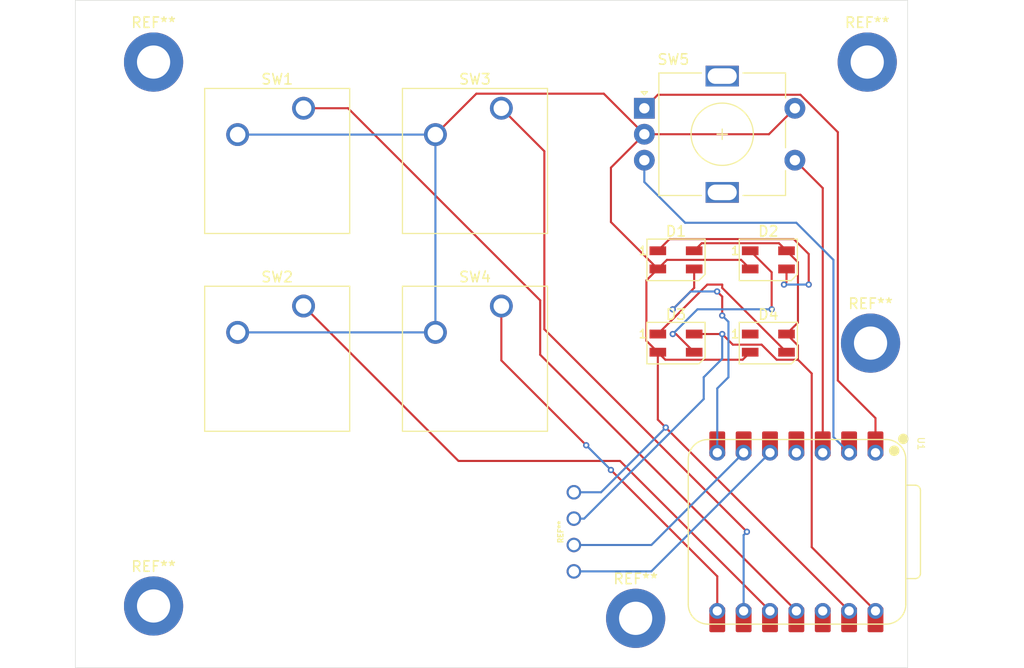
<source format=kicad_pcb>
(kicad_pcb (version 20241229) (generator "pcbnew") (generator_version "9.0")
  (layers (0 "F.Cu" signal) (2 "B.Cu" signal) (13 "F.Paste" user) (15 "B.Paste" user) (5 "F.SilkS" user "F.Silkscreen") (7 "B.SilkS" user "B.Silkscreen") (1 "F.Mask" user) (3 "B.Mask" user) (25 "Edge.Cuts" user))
  (net 0 "")
  (net 1 "GND")
  (net 2 "Net-(D1-DOUT)")
  (net 3 "Net-(D1-DIN)")
  (net 4 "+5V")
  (net 5 "Net-(D2-DOUT)")
  (net 6 "Net-(D3-DOUT)")
  (net 8 "Net-(OL1-SDA)")
  (net 9 "Net-(OL1-SCL)")
  (net 10 "Net-(U1-GPIO3{slash}MOSI)")
  (net 11 "Net-(U1-GPIO4{slash}MISO)")
  (net 12 "Net-(U1-GPIO2{slash}SCK)")
  (net 13 "Net-(U1-GPIO1{slash}RX)")
  (net 15 "rotaryB")
  (net 16 "rotaryA")
  (net 17 "S1rotary")
  (footprint "LED_SMD:LED_SK6812MINI_PLCC4_3.5x3.5mm_P1.75mm_3D" (layer "F.Cu") (at 114.6125 76.2)
    (property "Reference" "D1" (at 0 -2.75 0) (layer "F.SilkS"))
    (property "Value" "SK6812MINI")
    (fp_line (start -2.8 -2) (end -2.8 2) (stroke (width 0.12)) (layer "F.SilkS"))
    (fp_line (start -2.8 -2) (end 2.8 -2) (stroke (width 0.12)) (layer "F.SilkS"))
    (fp_line (start -2.8 2) (end 2.2 2) (stroke (width 0.12)) (layer "F.SilkS"))
    (fp_line (start 2.8 1.4) (end 2.2 2) (stroke (width 0.12)) (layer "F.SilkS"))
    (fp_line (start 2.8 1.4) (end 2.8 -2) (stroke (width 0.12)) (layer "F.SilkS"))
    (fp_text user "1" (at -3.2 -0.875 0) (layer "F.SilkS") (effects (font (size 0.8 0.8))))
    (pad "1" smd rect (at -1.75 -0.875) (size 1.6 0.85) (layers "F.Cu" "F.Mask" "F.Paste") (net 2 "Net-(D1-DOUT)"))
    (pad "2" smd rect (at -1.75 0.875) (size 1.6 0.85) (layers "F.Cu" "F.Mask" "F.Paste") (net 1 "GND"))
    (pad "3" smd rect (at 1.75 0.875) (size 1.6 0.85) (layers "F.Cu" "F.Mask" "F.Paste") (net 3 "Net-(D1-DIN)"))
    (pad "4" smd rect (at 1.75 -0.875) (size 1.6 0.85) (layers "F.Cu" "F.Mask" "F.Paste") (net 4 "+5V"))
  )
  (footprint "Rotary_Encoder:RotaryEncoder_Alps_EC11E-Switch_Vertical_H20mm_3D" (layer "F.Cu") (at 111.5625 61.6)
    (property "Reference" "SW5" (at 2.8 -4.7 0) (layer "F.SilkS"))
    (property "Value" "RotaryEncoder_Switch_MP")
    (fp_line (start -0.3 -1.6) (end 0.3 -1.6) (stroke (width 0.12)) (layer "F.SilkS"))
    (fp_line (start 0 -1.3) (end -0.3 -1.6) (stroke (width 0.12)) (layer "F.SilkS"))
    (fp_line (start 0.3 -1.6) (end 0 -1.3) (stroke (width 0.12)) (layer "F.SilkS"))
    (fp_line (start 1.4 -3.4) (end 1.4 8.4) (stroke (width 0.12)) (layer "F.SilkS"))
    (fp_line (start 5.5 -3.4) (end 1.4 -3.4) (stroke (width 0.12)) (layer "F.SilkS"))
    (fp_line (start 5.5 8.4) (end 1.4 8.4) (stroke (width 0.12)) (layer "F.SilkS"))
    (fp_line (start 7 2.5) (end 8 2.5) (stroke (width 0.12)) (layer "F.SilkS"))
    (fp_line (start 7.5 2) (end 7.5 3) (stroke (width 0.12)) (layer "F.SilkS"))
    (fp_line (start 9.5 -3.4) (end 13.6 -3.4) (stroke (width 0.12)) (layer "F.SilkS"))
    (fp_line (start 13.6 -3.4) (end 13.6 -1) (stroke (width 0.12)) (layer "F.SilkS"))
    (fp_line (start 13.6 1.2) (end 13.6 3.8) (stroke (width 0.12)) (layer "F.SilkS"))
    (fp_line (start 13.6 6) (end 13.6 8.4) (stroke (width 0.12)) (layer "F.SilkS"))
    (fp_line (start 13.6 8.4) (end 9.5 8.4) (stroke (width 0.12)) (layer "F.SilkS"))
    (fp_circle (center 7.5 2.5) (end 10.5 2.5) (stroke (width 0.12)) (fill no) (layer "F.SilkS"))
    (pad "A" thru_hole rect (at 0 0) (size 2 2) (drill 1) (layers "*.Cu" "*.Mask") (net 16 "rotaryA"))
    (pad "B" thru_hole circle (at 0 5) (size 2 2) (drill 1) (layers "*.Cu" "*.Mask") (net 15 "rotaryB"))
    (pad "C" thru_hole circle (at 0 2.5) (size 2 2) (drill 1) (layers "*.Cu" "*.Mask") (net 1 "GND"))
    (pad "MP" thru_hole rect (at 7.5 -3.1) (size 3.2 2) (drill oval 2.8 1.5) (layers "*.Cu" "*.Mask"))
    (pad "MP" thru_hole rect (at 7.5 8.1) (size 3.2 2) (drill oval 2.8 1.5) (layers "*.Cu" "*.Mask"))
    (pad "S1" thru_hole circle (at 14.5 5) (size 2 2) (drill 1) (layers "*.Cu" "*.Mask") (net 17 "S1rotary"))
    (pad "S2" thru_hole circle (at 14.5 0) (size 2 2) (drill 1) (layers "*.Cu" "*.Mask") (net 1 "GND"))
  )
  (footprint "LED_SMD:LED_SK6812MINI_PLCC4_3.5x3.5mm_P1.75mm_3D" (layer "F.Cu") (at 123.50625 76.2)
    (property "Reference" "D2" (at 0 -2.75 0) (layer "F.SilkS"))
    (property "Value" "SK6812MINI")
    (fp_line (start -2.8 -2) (end -2.8 2) (stroke (width 0.12)) (layer "F.SilkS"))
    (fp_line (start -2.8 -2) (end 2.8 -2) (stroke (width 0.12)) (layer "F.SilkS"))
    (fp_line (start -2.8 2) (end 2.2 2) (stroke (width 0.12)) (layer "F.SilkS"))
    (fp_line (start 2.8 1.4) (end 2.2 2) (stroke (width 0.12)) (layer "F.SilkS"))
    (fp_line (start 2.8 1.4) (end 2.8 -2) (stroke (width 0.12)) (layer "F.SilkS"))
    (fp_text user "1" (at -3.2 -0.875 0) (layer "F.SilkS") (effects (font (size 0.8 0.8))))
    (pad "1" smd rect (at -1.75 -0.875) (size 1.6 0.85) (layers "F.Cu" "F.Mask" "F.Paste") (net 5 "Net-(D2-DOUT)"))
    (pad "2" smd rect (at -1.75 0.875) (size 1.6 0.85) (layers "F.Cu" "F.Mask" "F.Paste") (net 1 "GND"))
    (pad "3" smd rect (at 1.75 0.875) (size 1.6 0.85) (layers "F.Cu" "F.Mask" "F.Paste") (net 2 "Net-(D1-DOUT)"))
    (pad "4" smd rect (at 1.75 -0.875) (size 1.6 0.85) (layers "F.Cu" "F.Mask" "F.Paste") (net 4 "+5V"))
  )
  (footprint "LED_SMD:LED_SK6812MINI_PLCC4_3.5x3.5mm_P1.75mm_3D" (layer "F.Cu") (at 114.6125 84.21875)
    (property "Reference" "D3" (at 0 -2.75 0) (layer "F.SilkS"))
    (property "Value" "SK6812MINI")
    (fp_line (start -2.8 -2) (end -2.8 2) (stroke (width 0.12)) (layer "F.SilkS"))
    (fp_line (start -2.8 -2) (end 2.8 -2) (stroke (width 0.12)) (layer "F.SilkS"))
    (fp_line (start -2.8 2) (end 2.2 2) (stroke (width 0.12)) (layer "F.SilkS"))
    (fp_line (start 2.8 1.4) (end 2.2 2) (stroke (width 0.12)) (layer "F.SilkS"))
    (fp_line (start 2.8 1.4) (end 2.8 -2) (stroke (width 0.12)) (layer "F.SilkS"))
    (fp_text user "1" (at -3.2 -0.875 0) (layer "F.SilkS") (effects (font (size 0.8 0.8))))
    (pad "1" smd rect (at -1.75 -0.875) (size 1.6 0.85) (layers "F.Cu" "F.Mask" "F.Paste") (net 6 "Net-(D3-DOUT)"))
    (pad "2" smd rect (at -1.75 0.875) (size 1.6 0.85) (layers "F.Cu" "F.Mask" "F.Paste") (net 1 "GND"))
    (pad "3" smd rect (at 1.75 0.875) (size 1.6 0.85) (layers "F.Cu" "F.Mask" "F.Paste") (net 5 "Net-(D2-DOUT)"))
    (pad "4" smd rect (at 1.75 -0.875) (size 1.6 0.85) (layers "F.Cu" "F.Mask" "F.Paste") (net 4 "+5V"))
  )
  (footprint "Seeed Studio XIAO Series Library:XIAO-RP2040-DIP_3D" (layer "F.Cu") (at 126.20625 102.39375 -90)
    (property "Reference" "U1" (at -8.5 -12 270) (layer "F.SilkS") (effects (font (size 0.635 0.635) (thickness 0.1016))))
    (property "Value" "XIAO-RP2040-DIP")
    (fp_line (start -6.985 10.414) (end 6.985 10.414) (stroke (width 0.127)) (layer "F.SilkS"))
    (fp_line (start -8.89 8.509) (end -8.89 -8.636) (stroke (width 0.127)) (layer "F.SilkS"))
    (fp_line (start 8.89 8.509) (end 8.89 -8.636) (stroke (width 0.127)) (layer "F.SilkS"))
    (fp_line (start -4.495 -10.541) (end -4.491272 -11.451272) (stroke (width 0.127)) (layer "F.SilkS"))
    (fp_line (start 6.985 -10.541) (end -6.985 -10.541) (stroke (width 0.1)) (layer "F.SilkS"))
    (fp_line (start 6.985 -10.541) (end -6.985 -10.541) (stroke (width 0.127)) (layer "F.SilkS"))
    (fp_line (start 4.504 -11.451) (end 4.504 -10.541) (stroke (width 0.127)) (layer "F.SilkS"))
    (fp_line (start -3.991272 -11.951) (end 4.004 -11.951) (stroke (width 0.127)) (layer "F.SilkS"))
    (fp_arc (start -6.985 10.414) (mid -8.332038 9.856038) (end -8.89 8.509) (stroke (width 0.127)) (layer "F.SilkS"))
    (fp_arc (start 8.89 8.509) (mid 8.332038 9.856038) (end 6.985 10.414) (stroke (width 0.127)) (layer "F.SilkS"))
    (fp_arc (start -8.89 -8.636) (mid -8.332038 -9.983038) (end -6.985 -10.541) (stroke (width 0.127)) (layer "F.SilkS"))
    (fp_arc (start 6.985 -10.541) (mid 8.332038 -9.983038) (end 8.89 -8.636) (stroke (width 0.127)) (layer "F.SilkS"))
    (fp_arc (start -4.491272 -11.451272) (mid -4.344728 -11.80464) (end -3.991272 -11.951) (stroke (width 0.127)) (layer "F.SilkS"))
    (fp_arc (start 4.004 -11.951) (mid 4.357553 -11.804553) (end 4.504 -11.451) (stroke (width 0.127)) (layer "F.SilkS"))
    (fp_circle (center -7.807 -9.42) (end -7.807 -9.674) (stroke (width 0.5)) (fill yes) (layer "F.SilkS"))
    (fp_circle (center -8.95 -10.3) (end -8.95 -10.554) (stroke (width 0.5)) (fill yes) (layer "F.SilkS"))
    (pad "1" smd roundrect (at -8.455 -7.62 90) (size 2.432 1.524) (layers "F.Cu" "F.Mask") (roundrect_rratio 0.1) (net 16 "rotaryA"))
    (pad "1" thru_hole circle (at -7.62 -7.62 90) (size 1.524 1.524) (drill 0.889) (layers "*.Cu" "*.Mask") (net 16 "rotaryA"))
    (pad "2" smd roundrect (at -8.455 -5.08 90) (size 2.432 1.524) (layers "F.Cu" "F.Mask") (roundrect_rratio 0.1) (net 15 "rotaryB"))
    (pad "2" thru_hole circle (at -7.62 -5.08 90) (size 1.524 1.524) (drill 0.889) (layers "*.Cu" "*.Mask") (net 15 "rotaryB"))
    (pad "3" smd roundrect (at -8.455 -2.54 90) (size 2.432 1.524) (layers "F.Cu" "F.Mask") (roundrect_rratio 0.1) (net 17 "S1rotary"))
    (pad "3" thru_hole circle (at -7.62 -2.54 90) (size 1.524 1.524) (drill 0.889) (layers "*.Cu" "*.Mask") (net 17 "S1rotary"))
    (pad "4" smd roundrect (at -8.455 0 90) (size 2.432 1.524) (layers "F.Cu" "F.Mask") (roundrect_rratio 0.1))
    (pad "4" thru_hole circle (at -7.62 0 90) (size 1.524 1.524) (drill 0.889) (layers "*.Cu" "*.Mask"))
    (pad "5" smd roundrect (at -8.455 2.54 90) (size 2.432 1.524) (layers "F.Cu" "F.Mask") (roundrect_rratio 0.1) (net 8 "Net-(OL1-SDA)"))
    (pad "5" thru_hole circle (at -7.62 2.54 90) (size 1.524 1.524) (drill 0.889) (layers "*.Cu" "*.Mask") (net 8 "Net-(OL1-SDA)"))
    (pad "6" smd roundrect (at -8.455 5.08 90) (size 2.432 1.524) (layers "F.Cu" "F.Mask") (roundrect_rratio 0.1) (net 9 "Net-(OL1-SCL)"))
    (pad "6" thru_hole circle (at -7.62 5.08 90) (size 1.524 1.524) (drill 0.889) (layers "*.Cu" "*.Mask") (net 9 "Net-(OL1-SCL)"))
    (pad "7" smd roundrect (at -8.455 7.62 90) (size 2.432 1.524) (layers "F.Cu" "F.Mask") (roundrect_rratio 0.1) (net 3 "Net-(D1-DIN)"))
    (pad "7" thru_hole circle (at -7.62 7.62 90) (size 1.524 1.524) (drill 0.889) (layers "*.Cu" "*.Mask") (net 3 "Net-(D1-DIN)"))
    (pad "8" thru_hole circle (at 7.62 7.62 270) (size 1.524 1.524) (drill 0.889) (layers "*.Cu" "*.Mask") (net 13 "Net-(U1-GPIO1{slash}RX)"))
    (pad "8" smd roundrect (at 8.455 7.62 270) (size 2.432 1.524) (layers "F.Cu" "F.Mask") (roundrect_rratio 0.1) (net 13 "Net-(U1-GPIO1{slash}RX)"))
    (pad "9" thru_hole circle (at 7.62 5.08 270) (size 1.524 1.524) (drill 0.889) (layers "*.Cu" "*.Mask") (net 12 "Net-(U1-GPIO2{slash}SCK)"))
    (pad "9" smd roundrect (at 8.455 5.08 270) (size 2.432 1.524) (layers "F.Cu" "F.Mask") (roundrect_rratio 0.1) (net 12 "Net-(U1-GPIO2{slash}SCK)"))
    (pad "10" thru_hole circle (at 7.62 2.54 270) (size 1.524 1.524) (drill 0.889) (layers "*.Cu" "*.Mask") (net 11 "Net-(U1-GPIO4{slash}MISO)"))
    (pad "10" smd roundrect (at 8.455 2.54 270) (size 2.432 1.524) (layers "F.Cu" "F.Mask") (roundrect_rratio 0.1) (net 11 "Net-(U1-GPIO4{slash}MISO)"))
    (pad "11" thru_hole circle (at 7.62 0 270) (size 1.524 1.524) (drill 0.889) (layers "*.Cu" "*.Mask") (net 10 "Net-(U1-GPIO3{slash}MOSI)"))
    (pad "11" smd roundrect (at 8.455 0 270) (size 2.432 1.524) (layers "F.Cu" "F.Mask") (roundrect_rratio 0.1) (net 10 "Net-(U1-GPIO3{slash}MOSI)"))
    (pad "12" thru_hole circle (at 7.62 -2.54 270) (size 1.524 1.524) (drill 0.889) (layers "*.Cu" "*.Mask"))
    (pad "12" smd roundrect (at 8.455 -2.54 270) (size 2.432 1.524) (layers "F.Cu" "F.Mask") (roundrect_rratio 0.1))
    (pad "13" thru_hole circle (at 7.62 -5.08 270) (size 1.524 1.524) (drill 0.889) (layers "*.Cu" "*.Mask") (net 1 "GND"))
    (pad "13" smd roundrect (at 8.455 -5.08 270) (size 2.432 1.524) (layers "F.Cu" "F.Mask") (roundrect_rratio 0.1) (net 1 "GND"))
    (pad "14" thru_hole circle (at 7.62 -7.62 270) (size 1.524 1.524) (drill 0.889) (layers "*.Cu" "*.Mask") (net 4 "+5V"))
    (pad "14" smd roundrect (at 8.455 -7.62 270) (size 2.432 1.524) (layers "F.Cu" "F.Mask") (roundrect_rratio 0.1) (net 4 "+5V"))
  )
  (footprint "Button_Switch_Keyboard:SW_Cherry_MX_1.00u_PCB_3D" (layer "F.Cu") (at 97.79 80.645)
    (property "Reference" "SW4" (at -2.54 -2.794 0) (layer "F.SilkS"))
    (property "Value" "SW_Push")
    (fp_line (start -9.525 -1.905) (end 4.445 -1.905) (stroke (width 0.12)) (layer "F.SilkS"))
    (fp_line (start -9.525 12.065) (end -9.525 -1.905) (stroke (width 0.12)) (layer "F.SilkS"))
    (fp_line (start 4.445 -1.905) (end 4.445 12.065) (stroke (width 0.12)) (layer "F.SilkS"))
    (fp_line (start 4.445 12.065) (end -9.525 12.065) (stroke (width 0.12)) (layer "F.SilkS"))
    (pad "" np_thru_hole circle (at -7.62 5.08) (size 1.7 1.7) (drill 1.7) (layers "*.Cu" "*.Mask"))
    (pad "" np_thru_hole circle (at -2.54 5.08) (size 4 4) (drill 4) (layers "*.Cu" "*.Mask"))
    (pad "" np_thru_hole circle (at 2.54 5.08) (size 1.7 1.7) (drill 1.7) (layers "*.Cu" "*.Mask"))
    (pad "1" thru_hole circle (at 0 0) (size 2.2 2.2) (drill 1.5) (layers "*.Cu" "*.Mask") (net 13 "Net-(U1-GPIO1{slash}RX)"))
    (pad "2" thru_hole circle (at -6.35 2.54) (size 2.2 2.2) (drill 1.5) (layers "*.Cu" "*.Mask") (net 1 "GND"))
  )
  (footprint "MountingHole:MountingHole_3.2mm_M3_ISO7380_Pad" (layer "F.Cu") (at 64.29375 109.5375)
    (property "Reference" "REF**" (at 0 -3.8 0) (layer "F.SilkS"))
    (property "Value" "MountingHole_3.2mm_M3_ISO7380_Pad")
    (pad "1" thru_hole circle (at 0 0) (size 5.7 5.7) (drill 3.2) (layers "*.Cu" "*.Mask"))
  )
  (footprint "Button_Switch_Keyboard:SW_Cherry_MX_1.00u_PCB_3D" (layer "F.Cu") (at 78.74 61.595)
    (property "Reference" "SW1" (at -2.54 -2.794 0) (layer "F.SilkS"))
    (property "Value" "SW_Push")
    (fp_line (start -9.525 -1.905) (end 4.445 -1.905) (stroke (width 0.12)) (layer "F.SilkS"))
    (fp_line (start -9.525 12.065) (end -9.525 -1.905) (stroke (width 0.12)) (layer "F.SilkS"))
    (fp_line (start 4.445 -1.905) (end 4.445 12.065) (stroke (width 0.12)) (layer "F.SilkS"))
    (fp_line (start 4.445 12.065) (end -9.525 12.065) (stroke (width 0.12)) (layer "F.SilkS"))
    (pad "" np_thru_hole circle (at -7.62 5.08) (size 1.7 1.7) (drill 1.7) (layers "*.Cu" "*.Mask"))
    (pad "" np_thru_hole circle (at -2.54 5.08) (size 4 4) (drill 4) (layers "*.Cu" "*.Mask"))
    (pad "" np_thru_hole circle (at 2.54 5.08) (size 1.7 1.7) (drill 1.7) (layers "*.Cu" "*.Mask"))
    (pad "1" thru_hole circle (at 0 0) (size 2.2 2.2) (drill 1.5) (layers "*.Cu" "*.Mask") (net 10 "Net-(U1-GPIO3{slash}MOSI)"))
    (pad "2" thru_hole circle (at -6.35 2.54) (size 2.2 2.2) (drill 1.5) (layers "*.Cu" "*.Mask") (net 1 "GND"))
  )
  (footprint "kbd:OLED" (layer "F.Cu") (at 104.775 102.39375 90)
    (property "Reference" "OL1")
    (property "Value" "OLED" (hide yes))
    (fp_text user "REF**" (at -0.01 -1.28 90) (layer "F.SilkS") (effects (font (size 0.5 0.5) (thickness 0.125) (bold yes))))
    (pad "1" thru_hole circle (at -3.81 0 90) (size 1.4 1.4) (drill 1) (layers "*.Cu" "*.Mask") (net 8 "Net-(OL1-SDA)"))
    (pad "2" thru_hole circle (at -1.27 0 90) (size 1.4 1.4) (drill 1) (layers "*.Cu" "*.Mask") (net 9 "Net-(OL1-SCL)"))
    (pad "3" thru_hole circle (at 1.27 0 90) (size 1.4 1.4) (drill 1) (layers "*.Cu" "*.Mask") (net 4 "+5V"))
    (pad "4" thru_hole circle (at 3.81 0 90) (size 1.4 1.4) (drill 1) (layers "*.Cu" "*.Mask") (net 1 "GND"))
  )
  (footprint "MountingHole:MountingHole_3.2mm_M3_ISO7380_Pad" (layer "F.Cu") (at 64.29375 57.15)
    (property "Reference" "REF**" (at 0 -3.8 0) (layer "F.SilkS"))
    (property "Value" "MountingHole_3.2mm_M3_ISO7380_Pad")
    (pad "1" thru_hole circle (at 0 0) (size 5.7 5.7) (drill 3.2) (layers "*.Cu" "*.Mask"))
  )
  (footprint "Button_Switch_Keyboard:SW_Cherry_MX_1.00u_PCB_3D" (layer "F.Cu") (at 97.79 61.595)
    (property "Reference" "SW3" (at -2.54 -2.794 0) (layer "F.SilkS"))
    (property "Value" "SW_Push")
    (fp_line (start -9.525 -1.905) (end 4.445 -1.905) (stroke (width 0.12)) (layer "F.SilkS"))
    (fp_line (start -9.525 12.065) (end -9.525 -1.905) (stroke (width 0.12)) (layer "F.SilkS"))
    (fp_line (start 4.445 -1.905) (end 4.445 12.065) (stroke (width 0.12)) (layer "F.SilkS"))
    (fp_line (start 4.445 12.065) (end -9.525 12.065) (stroke (width 0.12)) (layer "F.SilkS"))
    (pad "" np_thru_hole circle (at -7.62 5.08) (size 1.7 1.7) (drill 1.7) (layers "*.Cu" "*.Mask"))
    (pad "" np_thru_hole circle (at -2.54 5.08) (size 4 4) (drill 4) (layers "*.Cu" "*.Mask"))
    (pad "" np_thru_hole circle (at 2.54 5.08) (size 1.7 1.7) (drill 1.7) (layers "*.Cu" "*.Mask"))
    (pad "1" thru_hole circle (at 0 0) (size 2.2 2.2) (drill 1.5) (layers "*.Cu" "*.Mask") (net 12 "Net-(U1-GPIO2{slash}SCK)"))
    (pad "2" thru_hole circle (at -6.35 2.54) (size 2.2 2.2) (drill 1.5) (layers "*.Cu" "*.Mask") (net 1 "GND"))
  )
  (footprint "LED_SMD:LED_SK6812MINI_PLCC4_3.5x3.5mm_P1.75mm_3D" (layer "F.Cu") (at 123.50625 84.21875)
    (property "Reference" "D4" (at 0 -2.75 0) (layer "F.SilkS"))
    (property "Value" "SK6812MINI")
    (fp_line (start -2.8 -2) (end -2.8 2) (stroke (width 0.12)) (layer "F.SilkS"))
    (fp_line (start -2.8 -2) (end 2.8 -2) (stroke (width 0.12)) (layer "F.SilkS"))
    (fp_line (start -2.8 2) (end 2.2 2) (stroke (width 0.12)) (layer "F.SilkS"))
    (fp_line (start 2.8 1.4) (end 2.2 2) (stroke (width 0.12)) (layer "F.SilkS"))
    (fp_line (start 2.8 1.4) (end 2.8 -2) (stroke (width 0.12)) (layer "F.SilkS"))
    (fp_text user "1" (at -3.2 -0.875 0) (layer "F.SilkS") (effects (font (size 0.8 0.8))))
    (pad "1" smd rect (at -1.75 -0.875) (size 1.6 0.85) (layers "F.Cu" "F.Mask" "F.Paste"))
    (pad "2" smd rect (at -1.75 0.875) (size 1.6 0.85) (layers "F.Cu" "F.Mask" "F.Paste") (net 1 "GND"))
    (pad "3" smd rect (at 1.75 0.875) (size 1.6 0.85) (layers "F.Cu" "F.Mask" "F.Paste") (net 6 "Net-(D3-DOUT)"))
    (pad "4" smd rect (at 1.75 -0.875) (size 1.6 0.85) (layers "F.Cu" "F.Mask" "F.Paste") (net 4 "+5V"))
  )
  (footprint "Button_Switch_Keyboard:SW_Cherry_MX_1.00u_PCB_3D" (layer "F.Cu") (at 78.74 80.645)
    (property "Reference" "SW2" (at -2.54 -2.794 0) (layer "F.SilkS"))
    (property "Value" "SW_Push")
    (fp_line (start -9.525 -1.905) (end 4.445 -1.905) (stroke (width 0.12)) (layer "F.SilkS"))
    (fp_line (start -9.525 12.065) (end -9.525 -1.905) (stroke (width 0.12)) (layer "F.SilkS"))
    (fp_line (start 4.445 -1.905) (end 4.445 12.065) (stroke (width 0.12)) (layer "F.SilkS"))
    (fp_line (start 4.445 12.065) (end -9.525 12.065) (stroke (width 0.12)) (layer "F.SilkS"))
    (pad "" np_thru_hole circle (at -7.62 5.08) (size 1.7 1.7) (drill 1.7) (layers "*.Cu" "*.Mask"))
    (pad "" np_thru_hole circle (at -2.54 5.08) (size 4 4) (drill 4) (layers "*.Cu" "*.Mask"))
    (pad "" np_thru_hole circle (at 2.54 5.08) (size 1.7 1.7) (drill 1.7) (layers "*.Cu" "*.Mask"))
    (pad "1" thru_hole circle (at 0 0) (size 2.2 2.2) (drill 1.5) (layers "*.Cu" "*.Mask") (net 11 "Net-(U1-GPIO4{slash}MISO)"))
    (pad "2" thru_hole circle (at -6.35 2.54) (size 2.2 2.2) (drill 1.5) (layers "*.Cu" "*.Mask") (net 1 "GND"))
  )
  (footprint "MountingHole:MountingHole_3.2mm_M3_ISO7380_Pad" (layer "F.Cu") (at 133.03125 57.15)
    (property "Reference" "REF**" (at 0 -3.8 0) (layer "F.SilkS"))
    (property "Value" "MountingHole_3.2mm_M3_ISO7380_Pad")
    (pad "1" thru_hole circle (at 0 0) (size 5.7 5.7) (drill 3.2) (layers "*.Cu" "*.Mask"))
  )
  (footprint "MountingHole:MountingHole_3.2mm_M3_ISO7380_Pad" (layer "F.Cu") (at 110.7258 110.7258)
    (property "Reference" "REF**" (at 0 -3.8 0) (layer "F.SilkS"))
    (property "Value" "MountingHole_3.2mm_M3_ISO7380_Pad")
    (pad "1" thru_hole circle (at 0 0) (size 5.7 5.7) (drill 3.2) (layers "*.Cu" "*.Mask"))
  )
  (footprint "MountingHole:MountingHole_3.2mm_M3_ISO7380_Pad" (layer "F.Cu") (at 133.35 84.21875)
    (property "Reference" "REF**" (at 0 -3.8 0) (layer "F.SilkS"))
    (property "Value" "MountingHole_3.2mm_M3_ISO7380_Pad")
    (pad "1" thru_hole circle (at 0 0) (size 5.7 5.7) (drill 3.2) (layers "*.Cu" "*.Mask"))
  )
  (gr_rect (start 56.7694 51.1958) (end 136.919 115.4882) (stroke (width 0.05)) (fill no) (layer "Edge.Cuts"))
  (segment (start 91.44 64.135) (end 95.381 60.194) (width 0.2) (layer "F.Cu") (net 1))
  (segment (start 111.7615 83.99275) (end 111.7615 78.176) (width 0.2) (layer "F.Cu") (net 1))
  (segment (start 108.3446 67.3179) (end 108.3446 72.5571) (width 0.2) (layer "F.Cu") (net 1))
  (segment (start 107.6565 60.194) (end 111.5625 64.1) (width 0.2) (layer "F.Cu") (net 1))
  (segment (start 112.8625 77.075) (end 113.7375 76.2) (width 0.2) (layer "F.Cu") (net 1))
  (segment (start 121.03025 85.81975) (end 113.5885 85.81975) (width 0.2) (layer "F.Cu") (net 1))
  (segment (start 121.75625 85.09375) (end 121.03025 85.81975) (width 0.2) (layer "F.Cu") (net 1))
  (segment (start 111.7615 78.176) (end 112.8625 77.075) (width 0.2) (layer "F.Cu") (net 1))
  (segment (start 95.381 60.194) (end 107.6565 60.194) (width 0.2) (layer "F.Cu") (net 1))
  (segment (start 113.7375 76.2) (end 120.88125 76.2) (width 0.2) (layer "F.Cu") (net 1))
  (segment (start 112.8625 91.59) (end 112.8625 85.09375) (width 0.2) (layer "F.Cu") (net 1))
  (segment (start 111.5625 64.1) (end 108.3446 67.3179) (width 0.2) (layer "F.Cu") (net 1))
  (segment (start 112.8625 85.09375) (end 111.7615 83.99275) (width 0.2) (layer "F.Cu") (net 1))
  (segment (start 113.5885 85.81975) (end 112.8625 85.09375) (width 0.2) (layer "F.Cu") (net 1))
  (segment (start 131.28625 110.01375) (end 112.8625 91.59) (width 0.2) (layer "F.Cu") (net 1))
  (segment (start 120.88125 76.2) (end 121.75625 77.075) (width 0.2) (layer "F.Cu") (net 1))
  (segment (start 108.3446 72.5571) (end 112.8625 77.075) (width 0.2) (layer "F.Cu") (net 1))
  (segment (start 126.0625 61.6) (end 123.5625 64.1) (width 0.2) (layer "F.Cu") (net 1))
  (segment (start 123.5625 64.1) (end 111.5625 64.1) (width 0.2) (layer "F.Cu") (net 1))
  (via (at 113.62315 92.35065) (size 0.6) (drill 0.3) (layers "F.Cu" "B.Cu") (net 1))
  (segment (start 91.44 83.185) (end 91.44 64.135) (width 0.2) (layer "B.Cu") (net 1))
  (segment (start 72.39 83.185) (end 91.44 83.185) (width 0.2) (layer "B.Cu") (net 1))
  (segment (start 107.39005 98.58375) (end 104.775 98.58375) (width 0.2) (layer "B.Cu") (net 1))
  (segment (start 91.44 64.135) (end 72.39 64.135) (width 0.2) (layer "B.Cu") (net 1))
  (segment (start 113.62315 92.35065) (end 107.39005 98.58375) (width 0.2) (layer "B.Cu") (net 1))
  (segment (start 125.95625 74.198) (end 113.9895 74.198) (width 0.2) (layer "F.Cu") (net 2))
  (segment (start 125.25625 77.075) (end 125.25625 78.33635) (width 0.2) (layer "F.Cu") (net 2))
  (segment (start 127.3942 78.5796) (end 127.3942 75.63595) (width 0.2) (layer "F.Cu") (net 2))
  (segment (start 127.3942 75.63595) (end 125.95625 74.198) (width 0.2) (layer "F.Cu") (net 2))
  (segment (start 113.9895 74.198) (end 112.8625 75.325) (width 0.2) (layer "F.Cu") (net 2))
  (segment (start 125.25625 78.33635) (end 125.013 78.5796) (width 0.2) (layer "F.Cu") (net 2))
  (via (at 125.013 78.5796) (size 0.6) (drill 0.3) (layers "F.Cu" "B.Cu") (net 2))
  (via (at 127.3942 78.5796) (size 0.6) (drill 0.3) (layers "F.Cu" "B.Cu") (net 2))
  (segment (start 125.013 78.5796) (end 127.3942 78.5796) (width 0.2) (layer "B.Cu") (net 2))
  (segment (start 119.0625 81.5625) (end 119.0625 79.735753) (width 0.2) (layer "F.Cu") (net 3))
  (segment (start 114.3 80.9625) (end 116.3625 78.9) (width 0.2) (layer "F.Cu") (net 3))
  (segment (start 119.0625 79.735753) (end 118.571277 79.24453) (width 0.2) (layer "F.Cu") (net 3))
  (segment (start 116.3625 78.9) (end 116.3625 77.075) (width 0.2) (layer "F.Cu") (net 3))
  (via (at 114.3 80.9625) (size 0.6) (drill 0.3) (layers "F.Cu" "B.Cu") (net 3))
  (via (at 119.0625 81.5625) (size 0.6) (drill 0.3) (layers "F.Cu" "B.Cu") (net 3))
  (via (at 118.571277 79.24453) (size 0.6) (drill 0.3) (layers "F.Cu" "B.Cu") (net 3))
  (segment (start 119.6635 87.50525) (end 118.58625 88.5825) (width 0.2) (layer "B.Cu") (net 3))
  (segment (start 118.58625 88.5825) (end 118.58625 94.77375) (width 0.2) (layer "B.Cu") (net 3))
  (segment (start 119.6635 82.1635) (end 119.6635 87.50525) (width 0.2) (layer "B.Cu") (net 3))
  (segment (start 119.0625 81.5625) (end 119.6635 82.1635) (width 0.2) (layer "B.Cu") (net 3))
  (segment (start 116.01797 79.24453) (end 114.3 80.9625) (width 0.2) (layer "B.Cu") (net 3))
  (segment (start 118.571277 79.24453) (end 116.01797 79.24453) (width 0.2) (layer "B.Cu") (net 3))
  (segment (start 125.25625 83.34375) (end 126.35725 82.24275) (width 0.2) (layer "F.Cu") (net 4))
  (segment (start 127.68325 87.14575) (end 127.68325 103.87075) (width 0.2) (layer "F.Cu") (net 4))
  (segment (start 119.0625 83.34375) (end 116.3625 83.34375) (width 0.2) (layer "F.Cu") (net 4))
  (segment (start 127.68325 103.87075) (end 133.82625 110.01375) (width 0.2) (layer "F.Cu") (net 4))
  (segment (start 126.35725 82.24275) (end 126.35725 76.426) (width 0.2) (layer "F.Cu") (net 4))
  (segment (start 126.35725 85.81975) (end 124.30925 85.81975) (width 0.2) (layer "F.Cu") (net 4))
  (segment (start 126.35725 84.44475) (end 126.35725 85.81975) (width 0.2) (layer "F.Cu") (net 4))
  (segment (start 124.30925 85.81975) (end 122.85725 84.36775) (width 0.2) (layer "F.Cu") (net 4))
  (segment (start 120.0865 84.36775) (end 119.0625 83.34375) (width 0.2) (layer "F.Cu") (net 4))
  (segment (start 126.35725 76.426) (end 125.25625 75.325) (width 0.2) (layer "F.Cu") (net 4))
  (segment (start 125.25625 83.34375) (end 126.35725 84.44475) (width 0.2) (layer "F.Cu") (net 4))
  (segment (start 117.0885 74.599) (end 124.53025 74.599) (width 0.2) (layer "F.Cu") (net 4))
  (segment (start 124.53025 74.599) (end 125.25625 75.325) (width 0.2) (layer "F.Cu") (net 4))
  (segment (start 122.85725 84.36775) (end 120.0865 84.36775) (width 0.2) (layer "F.Cu") (net 4))
  (segment (start 126.35725 85.81975) (end 127.68325 87.14575) (width 0.2) (layer "F.Cu") (net 4))
  (segment (start 116.3625 75.325) (end 117.0885 74.599) (width 0.2) (layer "F.Cu") (net 4))
  (segment (start 133.82625 110.01375) (end 133.82625 111.09138) (width 0.2) (layer "F.Cu") (net 4))
  (via (at 119.0625 83.34375) (size 0.6) (drill 0.3) (layers "F.Cu" "B.Cu") (net 4))
  (segment (start 104.775 101.12375) (end 105.764949 101.12375) (width 0.2) (layer "B.Cu") (net 4))
  (segment (start 119.0625 85.725) (end 119.0625 83.34375) (width 0.2) (layer "B.Cu") (net 4))
  (segment (start 117.28225 87.50525) (end 119.0625 85.725) (width 0.2) (layer "B.Cu") (net 4))
  (segment (start 117.28225 89.606449) (end 117.28225 87.50525) (width 0.2) (layer "B.Cu") (net 4))
  (segment (start 105.764949 101.12375) (end 117.28225 89.606449) (width 0.2) (layer "B.Cu") (net 4))
  (segment (start 121.75625 75.325) (end 123.825 77.39375) (width 0.2) (layer "F.Cu") (net 5))
  (segment (start 123.825 77.39375) (end 123.825 80.9625) (width 0.2) (layer "F.Cu") (net 5))
  (segment (start 114.6125 83.34375) (end 116.3625 85.09375) (width 0.2) (layer "F.Cu") (net 5))
  (segment (start 114.3 83.34375) (end 114.6125 83.34375) (width 0.2) (layer "F.Cu") (net 5))
  (via (at 114.3 83.34375) (size 0.6) (drill 0.3) (layers "F.Cu" "B.Cu") (net 5))
  (via (at 123.825 80.9625) (size 0.6) (drill 0.3) (layers "F.Cu" "B.Cu") (net 5))
  (segment (start 123.825 80.9625) (end 116.68125 80.9625) (width 0.2) (layer "B.Cu") (net 5))
  (segment (start 116.68125 80.9625) (end 114.3 83.34375) (width 0.2) (layer "B.Cu") (net 5))
  (segment (start 119.0625 78.58125) (end 119.0625 78.9) (width 0.2) (layer "F.Cu") (net 6))
  (segment (start 112.8625 83.34375) (end 117.625 78.58125) (width 0.2) (layer "F.Cu") (net 6))
  (segment (start 117.625 78.58125) (end 119.0625 78.58125) (width 0.2) (layer "F.Cu") (net 6))
  (segment (start 119.0625 78.9) (end 125.25625 85.09375) (width 0.2) (layer "F.Cu") (net 6))
  (segment (start 123.66625 94.77375) (end 112.23625 106.20375) (width 0.2) (layer "B.Cu") (net 8))
  (segment (start 112.23625 106.20375) (end 104.775 106.20375) (width 0.2) (layer "B.Cu") (net 8))
  (segment (start 112.23625 103.66375) (end 104.775 103.66375) (width 0.2) (layer "B.Cu") (net 9))
  (segment (start 121.12625 94.77375) (end 112.23625 103.66375) (width 0.2) (layer "B.Cu") (net 9))
  (segment (start 126.20625 110.01375) (end 101.531 85.3385) (width 0.2) (layer "F.Cu") (net 10))
  (segment (start 83.02625 61.595) (end 78.74 61.595) (width 0.2) (layer "F.Cu") (net 10))
  (segment (start 101.531 85.3385) (end 101.531 80.09975) (width 0.2) (layer "F.Cu") (net 10))
  (segment (start 101.531 80.09975) (end 83.02625 61.595) (width 0.2) (layer "F.Cu") (net 10))
  (segment (start 109.22 95.5675) (end 123.66625 110.01375) (width 0.2) (layer "F.Cu") (net 11))
  (segment (start 93.6625 95.5675) (end 109.22 95.5675) (width 0.2) (layer "F.Cu") (net 11))
  (segment (start 78.74 80.645) (end 93.6625 95.5675) (width 0.2) (layer "F.Cu") (net 11))
  (segment (start 101.932 82.882) (end 101.932 65.737) (width 0.2) (layer "F.Cu") (net 12))
  (segment (start 101.932 65.737) (end 97.79 61.595) (width 0.2) (layer "F.Cu") (net 12))
  (segment (start 121.4414 102.3914) (end 101.932 82.882) (width 0.2) (layer "F.Cu") (net 12))
  (via (at 121.4414 102.3914) (size 0.6) (drill 0.3) (layers "F.Cu" "B.Cu") (net 12))
  (segment (start 121.12625 102.71125) (end 121.12625 110.01375) (width 0.2) (layer "B.Cu") (net 12))
  (segment (start 121.4414 102.3961) (end 121.12625 102.71125) (width 0.2) (layer "B.Cu") (net 12))
  (segment (start 121.4414 102.3914) (end 121.4414 102.3961) (width 0.2) (layer "B.Cu") (net 12))
  (segment (start 97.79 85.884) (end 97.79 80.645) (width 0.2) (layer "F.Cu") (net 13))
  (segment (start 105.9634 94.0574) (end 97.79 85.884) (width 0.2) (layer "F.Cu") (net 13))
  (segment (start 118.58625 106.68025) (end 108.3446 96.4386) (width 0.2) (layer "F.Cu") (net 13))
  (segment (start 118.58625 110.01375) (end 118.58625 106.68025) (width 0.2) (layer "F.Cu") (net 13))
  (via (at 105.9634 94.0574) (size 0.6) (drill 0.3) (layers "F.Cu" "B.Cu") (net 13))
  (via (at 108.3446 96.4386) (size 0.6) (drill 0.3) (layers "F.Cu" "B.Cu") (net 13))
  (segment (start 108.3446 96.4386) (end 105.9634 94.0574) (width 0.2) (layer "B.Cu") (net 13))
  (segment (start 115.4882 72.6266) (end 111.5625 68.7009) (width 0.2) (layer "B.Cu") (net 15))
  (segment (start 129.7754 76.1984) (end 126.2036 72.6266) (width 0.2) (layer "B.Cu") (net 15))
  (segment (start 131.28625 94.77375) (end 129.7754 93.2629) (width 0.2) (layer "B.Cu") (net 15))
  (segment (start 126.2036 72.6266) (end 115.4882 72.6266) (width 0.2) (layer "B.Cu") (net 15))
  (segment (start 129.7754 93.2629) (end 129.7754 76.1984) (width 0.2) (layer "B.Cu") (net 15))
  (segment (start 111.5625 68.7009) (end 111.5625 66.6) (width 0.2) (layer "B.Cu") (net 15))
  (segment (start 133.82625 91.445173) (end 130.199 87.817923) (width 0.2) (layer "F.Cu") (net 16))
  (segment (start 130.199 63.896608) (end 126.601392 60.299) (width 0.2) (layer "F.Cu") (net 16))
  (segment (start 112.8635 60.299) (end 111.5625 61.6) (width 0.2) (layer "F.Cu") (net 16))
  (segment (start 130.199 87.817923) (end 130.199 63.896608) (width 0.2) (layer "F.Cu") (net 16))
  (segment (start 133.82625 94.77375) (end 133.82625 91.445173) (width 0.2) (layer "F.Cu") (net 16))
  (segment (start 126.601392 60.299) (end 112.8635 60.299) (width 0.2) (layer "F.Cu") (net 16))
  (segment (start 128.74625 69.28375) (end 126.0625 66.6) (width 0.2) (layer "F.Cu") (net 17))
  (segment (start 128.74625 94.77375) (end 128.74625 69.28375) (width 0.2) (layer "F.Cu") (net 17))
)
</source>
